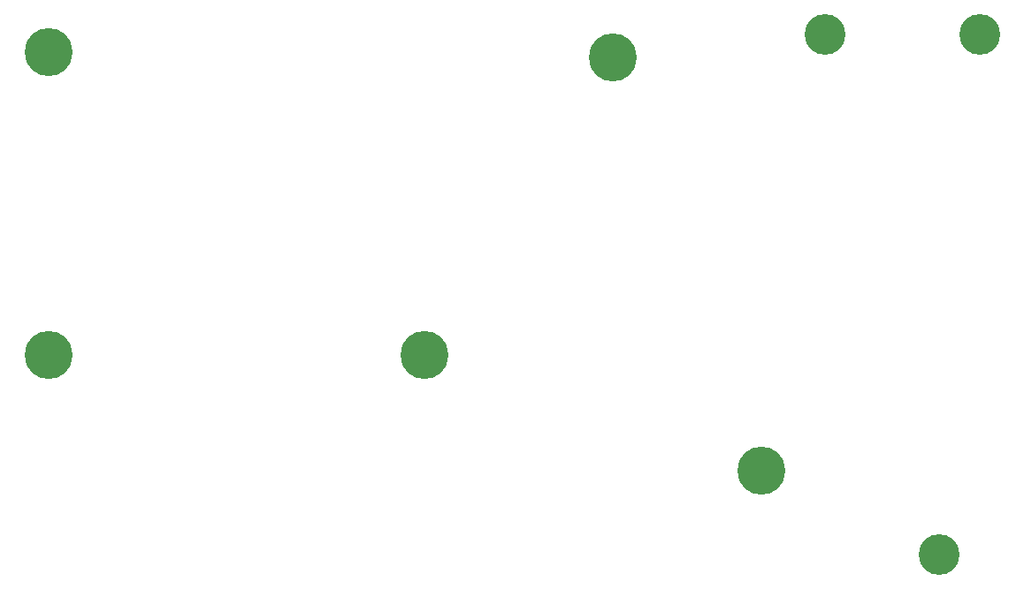
<source format=gbs>
G04 #@! TF.GenerationSoftware,KiCad,Pcbnew,7.0.2-0*
G04 #@! TF.CreationDate,2023-05-28T19:55:13+02:00*
G04 #@! TF.ProjectId,plates,706c6174-6573-42e6-9b69-6361645f7063,0.4.2*
G04 #@! TF.SameCoordinates,Original*
G04 #@! TF.FileFunction,Soldermask,Bot*
G04 #@! TF.FilePolarity,Negative*
%FSLAX46Y46*%
G04 Gerber Fmt 4.6, Leading zero omitted, Abs format (unit mm)*
G04 Created by KiCad (PCBNEW 7.0.2-0) date 2023-05-28 19:55:13*
%MOMM*%
%LPD*%
G01*
G04 APERTURE LIST*
%ADD10C,4.600000*%
%ADD11C,3.900000*%
G04 APERTURE END LIST*
D10*
X80229546Y-112739970D03*
X134228545Y-84239474D03*
X80229545Y-83739972D03*
D11*
X169385693Y-81989640D03*
X154604371Y-81990097D03*
X165490722Y-131887874D03*
D10*
X116229546Y-112739469D03*
X148510701Y-123849903D03*
M02*

</source>
